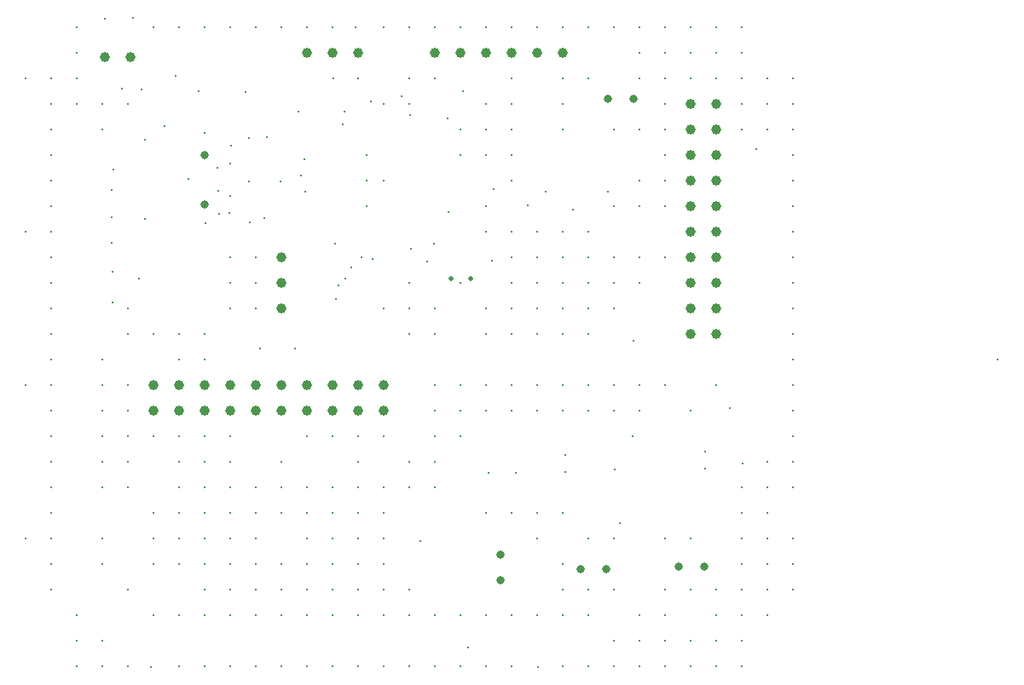
<source format=gbr>
%TF.GenerationSoftware,KiCad,Pcbnew,9.0.4*%
%TF.CreationDate,2025-09-21T18:36:01+05:30*%
%TF.ProjectId,l4_dev_board,6c345f64-6576-45f6-926f-6172642e6b69,rev?*%
%TF.SameCoordinates,Original*%
%TF.FileFunction,Plated,1,2,PTH,Drill*%
%TF.FilePolarity,Positive*%
%FSLAX46Y46*%
G04 Gerber Fmt 4.6, Leading zero omitted, Abs format (unit mm)*
G04 Created by KiCad (PCBNEW 9.0.4) date 2025-09-21 18:36:01*
%MOMM*%
%LPD*%
G01*
G04 APERTURE LIST*
%TA.AperFunction,ViaDrill*%
%ADD10C,0.300000*%
%TD*%
%TA.AperFunction,ComponentDrill*%
%ADD11C,0.500000*%
%TD*%
%TA.AperFunction,ComponentDrill*%
%ADD12C,0.800000*%
%TD*%
%TA.AperFunction,ComponentDrill*%
%ADD13C,1.000000*%
%TD*%
G04 APERTURE END LIST*
D10*
X144780000Y-35560000D03*
X144780000Y-50800000D03*
X144780000Y-66040000D03*
X144780000Y-81280000D03*
X147320000Y-35560000D03*
X147320000Y-38100000D03*
X147320000Y-40640000D03*
X147320000Y-43180000D03*
X147320000Y-45720000D03*
X147320000Y-48260000D03*
X147320000Y-50800000D03*
X147320000Y-53340000D03*
X147320000Y-55880000D03*
X147320000Y-58420000D03*
X147320000Y-60960000D03*
X147320000Y-63500000D03*
X147320000Y-66040000D03*
X147320000Y-68580000D03*
X147320000Y-71120000D03*
X147320000Y-73660000D03*
X147320000Y-76200000D03*
X147320000Y-78740000D03*
X147320000Y-81280000D03*
X147320000Y-83820000D03*
X147320000Y-86360000D03*
X149860000Y-30480000D03*
X149860000Y-33020000D03*
X149860000Y-35560000D03*
X149860000Y-38100000D03*
X149860000Y-88900000D03*
X149860000Y-91440000D03*
X149860000Y-93980000D03*
X152400000Y-38100000D03*
X152400000Y-40640000D03*
X152400000Y-63500000D03*
X152400000Y-66040000D03*
X152400000Y-68580000D03*
X152400000Y-71120000D03*
X152400000Y-73660000D03*
X152400000Y-76200000D03*
X152400000Y-81280000D03*
X152400000Y-83820000D03*
X152400000Y-91440000D03*
X152400000Y-93980000D03*
X152639568Y-29641653D03*
X153274921Y-46688553D03*
X153330521Y-49357318D03*
X153330521Y-51914885D03*
X153386120Y-54750448D03*
X153386120Y-57808408D03*
X153441719Y-44631380D03*
X154300353Y-36543220D03*
X154940000Y-38100000D03*
X154940000Y-58420000D03*
X154940000Y-60960000D03*
X154940000Y-66040000D03*
X154940000Y-68580000D03*
X154940000Y-71120000D03*
X154940000Y-73660000D03*
X154940000Y-76200000D03*
X154940000Y-86360000D03*
X154940000Y-93980000D03*
X155457343Y-29525216D03*
X155982547Y-55442447D03*
X156290015Y-36656352D03*
X156588296Y-41641858D03*
X156613587Y-49522651D03*
X157200551Y-94024901D03*
X157480000Y-30480000D03*
X157480000Y-60960000D03*
X157480000Y-71120000D03*
X157480000Y-78740000D03*
X157480000Y-81280000D03*
X157480000Y-83820000D03*
X157480000Y-88900000D03*
X158556852Y-40294637D03*
X159646559Y-35315979D03*
X160020000Y-30480000D03*
X160020000Y-60960000D03*
X160020000Y-63500000D03*
X160020000Y-71120000D03*
X160020000Y-73660000D03*
X160020000Y-76200000D03*
X160020000Y-78740000D03*
X160020000Y-81280000D03*
X160020000Y-83820000D03*
X160020000Y-88900000D03*
X160020000Y-93980000D03*
X160892021Y-45576568D03*
X161961141Y-36841683D03*
X162504400Y-40961829D03*
X162560000Y-30480000D03*
X162560000Y-60960000D03*
X162560000Y-63500000D03*
X162560000Y-71120000D03*
X162560000Y-73660000D03*
X162560000Y-76200000D03*
X162560000Y-78740000D03*
X162560000Y-81280000D03*
X162560000Y-83820000D03*
X162560000Y-86360000D03*
X162560000Y-88900000D03*
X162560000Y-93980000D03*
X162615599Y-49968910D03*
X163799253Y-44485767D03*
X163845827Y-46767932D03*
X163977256Y-49028484D03*
X164990257Y-48958621D03*
X165060120Y-44033337D03*
X165060120Y-47246998D03*
X165100000Y-30480000D03*
X165100000Y-53340000D03*
X165100000Y-55880000D03*
X165100000Y-58420000D03*
X165100000Y-71120000D03*
X165100000Y-73660000D03*
X165100000Y-76200000D03*
X165100000Y-78740000D03*
X165100000Y-81280000D03*
X165100000Y-83820000D03*
X165100000Y-86360000D03*
X165100000Y-88900000D03*
X165100000Y-93980000D03*
X165129982Y-42251851D03*
X166594413Y-36878749D03*
X166898676Y-45805395D03*
X166963479Y-41522766D03*
X166977178Y-49891489D03*
X167640000Y-30480000D03*
X167640000Y-53340000D03*
X167640000Y-55880000D03*
X167640000Y-58420000D03*
X167640000Y-76200000D03*
X167640000Y-78740000D03*
X167640000Y-81280000D03*
X167640000Y-83820000D03*
X167640000Y-86360000D03*
X167640000Y-88900000D03*
X167640000Y-93980000D03*
X168019739Y-62428358D03*
X168448436Y-49482588D03*
X168727885Y-41413505D03*
X170061657Y-45772447D03*
X170180000Y-30480000D03*
X170180000Y-73660000D03*
X170180000Y-76200000D03*
X170180000Y-78740000D03*
X170180000Y-83820000D03*
X170180000Y-86360000D03*
X170180000Y-88900000D03*
X170180000Y-93980000D03*
X171528671Y-62428358D03*
X171875066Y-38862756D03*
X172099002Y-45223202D03*
X172415590Y-43647421D03*
X172487126Y-46822270D03*
X172720000Y-30480000D03*
X172720000Y-71120000D03*
X172720000Y-76200000D03*
X172720000Y-78740000D03*
X172720000Y-81280000D03*
X172720000Y-83820000D03*
X172720000Y-86360000D03*
X172720000Y-88900000D03*
X172720000Y-93980000D03*
X175260000Y-30480000D03*
X175260000Y-71120000D03*
X175260000Y-76200000D03*
X175260000Y-78740000D03*
X175260000Y-81280000D03*
X175260000Y-83820000D03*
X175260000Y-86360000D03*
X175260000Y-88900000D03*
X175260000Y-93980000D03*
X175274420Y-35545580D03*
X175507107Y-51975695D03*
X175602415Y-57500655D03*
X175860000Y-56161351D03*
X176215099Y-40111699D03*
X176400525Y-38882113D03*
X176464385Y-55491063D03*
X177064385Y-54363825D03*
X177550533Y-30479999D03*
X177800000Y-35545580D03*
X177800000Y-71120000D03*
X177800000Y-73660000D03*
X177800000Y-76200000D03*
X177800000Y-78740000D03*
X177800000Y-81280000D03*
X177800000Y-83820000D03*
X177800000Y-86360000D03*
X177800000Y-88900000D03*
X177800000Y-93980000D03*
X178089184Y-53350320D03*
X178615000Y-43210000D03*
X178615000Y-45720000D03*
X178615000Y-48260000D03*
X179071415Y-37881113D03*
X179229947Y-53529197D03*
X180297881Y-38142119D03*
X180340000Y-30480000D03*
X180340000Y-45720000D03*
X180340000Y-58420000D03*
X180340000Y-71120000D03*
X180340000Y-76200000D03*
X180340000Y-78740000D03*
X180340000Y-81280000D03*
X180340000Y-83820000D03*
X180340000Y-86360000D03*
X180340000Y-88900000D03*
X180340000Y-93980000D03*
X182118124Y-37374404D03*
X182880000Y-30480000D03*
X182880000Y-35560000D03*
X182880000Y-38100000D03*
X182880000Y-55880000D03*
X182880000Y-58420000D03*
X182880000Y-60960000D03*
X182880000Y-73660000D03*
X182880000Y-76200000D03*
X182880000Y-86360000D03*
X182880000Y-88900000D03*
X182880000Y-93980000D03*
X182952559Y-39236766D03*
X183010698Y-52454278D03*
X183989228Y-81527847D03*
X184627717Y-53736942D03*
X185299191Y-51986117D03*
X185420000Y-30480000D03*
X185420000Y-35560000D03*
X185420000Y-58420000D03*
X185420000Y-60960000D03*
X185420000Y-66040000D03*
X185420000Y-68580000D03*
X185420000Y-71120000D03*
X185420000Y-73660000D03*
X185420000Y-76200000D03*
X185420000Y-88900000D03*
X185420000Y-93980000D03*
X186640362Y-39522803D03*
X186775343Y-48895592D03*
X187960000Y-30480000D03*
X187960000Y-40640000D03*
X187960000Y-43180000D03*
X187960000Y-55880000D03*
X187960000Y-66040000D03*
X187960000Y-68580000D03*
X187960000Y-71120000D03*
X187960000Y-88900000D03*
X187960000Y-93980000D03*
X188156130Y-36844583D03*
X188720823Y-92142324D03*
X190500000Y-30480000D03*
X190500000Y-38100000D03*
X190500000Y-40640000D03*
X190500000Y-43180000D03*
X190500000Y-48260000D03*
X190500000Y-50800000D03*
X190500000Y-58420000D03*
X190500000Y-60960000D03*
X190500000Y-66040000D03*
X190500000Y-68580000D03*
X190500000Y-78740000D03*
X190500000Y-88900000D03*
X190500000Y-93980000D03*
X190750133Y-74736660D03*
X191091438Y-53644383D03*
X191230457Y-46606430D03*
X193040000Y-30480000D03*
X193040000Y-35560000D03*
X193040000Y-38100000D03*
X193040000Y-40640000D03*
X193040000Y-43180000D03*
X193040000Y-45720000D03*
X193040000Y-50800000D03*
X193040000Y-53340000D03*
X193040000Y-55880000D03*
X193040000Y-58420000D03*
X193040000Y-60960000D03*
X193040000Y-66040000D03*
X193040000Y-68580000D03*
X193040000Y-78740000D03*
X193040000Y-88900000D03*
X193040000Y-93980000D03*
X193400367Y-74781119D03*
X194624516Y-48194104D03*
X195580000Y-30480000D03*
X195580000Y-50800000D03*
X195580000Y-53340000D03*
X195580000Y-55880000D03*
X195580000Y-58420000D03*
X195580000Y-60960000D03*
X195580000Y-66040000D03*
X195580000Y-68580000D03*
X195580000Y-78740000D03*
X195580000Y-81280000D03*
X195580000Y-88900000D03*
X195629316Y-94073149D03*
X196427133Y-46813329D03*
X198120000Y-30480000D03*
X198120000Y-35560000D03*
X198120000Y-38100000D03*
X198120000Y-40640000D03*
X198120000Y-50800000D03*
X198120000Y-53340000D03*
X198120000Y-55880000D03*
X198120000Y-58420000D03*
X198120000Y-60960000D03*
X198120000Y-66040000D03*
X198120000Y-68580000D03*
X198120000Y-78740000D03*
X198120000Y-83820000D03*
X198120000Y-86360000D03*
X198120000Y-88900000D03*
X198120000Y-93980000D03*
X198384673Y-72955286D03*
X198384673Y-74680286D03*
X199072457Y-48622424D03*
X200660000Y-30480000D03*
X200660000Y-35560000D03*
X200660000Y-50800000D03*
X200660000Y-53340000D03*
X200660000Y-55880000D03*
X200660000Y-58420000D03*
X200660000Y-60960000D03*
X200660000Y-66040000D03*
X200660000Y-68580000D03*
X200660000Y-81280000D03*
X200660000Y-86360000D03*
X200660000Y-88900000D03*
X200660000Y-93980000D03*
X202590909Y-46785503D03*
X203200000Y-30480000D03*
X203200000Y-40640000D03*
X203200000Y-48260000D03*
X203200000Y-53340000D03*
X203200000Y-55880000D03*
X203200000Y-58420000D03*
X203200000Y-66040000D03*
X203200000Y-68580000D03*
X203200000Y-81280000D03*
X203200000Y-86360000D03*
X203200000Y-91440000D03*
X203200000Y-93980000D03*
X203280033Y-74446290D03*
X203723759Y-79786152D03*
X204990786Y-71120000D03*
X205087475Y-61624291D03*
X205740000Y-30480000D03*
X205740000Y-33020000D03*
X205740000Y-35560000D03*
X205740000Y-40640000D03*
X205740000Y-45720000D03*
X205740000Y-48260000D03*
X205740000Y-53340000D03*
X205740000Y-55880000D03*
X205740000Y-66040000D03*
X205740000Y-68580000D03*
X205740000Y-88900000D03*
X205740000Y-91440000D03*
X205740000Y-93980000D03*
X208280000Y-30480000D03*
X208280000Y-33020000D03*
X208280000Y-35560000D03*
X208280000Y-38100000D03*
X208280000Y-40640000D03*
X208280000Y-43180000D03*
X208280000Y-45720000D03*
X208280000Y-48260000D03*
X208280000Y-53340000D03*
X208280000Y-66040000D03*
X208280000Y-81280000D03*
X208280000Y-86360000D03*
X208280000Y-88900000D03*
X208280000Y-91440000D03*
X208280000Y-93980000D03*
X210820000Y-30480000D03*
X210820000Y-33020000D03*
X210820000Y-35560000D03*
X210820000Y-68580000D03*
X210820000Y-81280000D03*
X210820000Y-86360000D03*
X210820000Y-91440000D03*
X210820000Y-93980000D03*
X212237596Y-72610746D03*
X212261135Y-74312207D03*
X213360000Y-30480000D03*
X213360000Y-33020000D03*
X213360000Y-35560000D03*
X213360000Y-66040000D03*
X213360000Y-86360000D03*
X213360000Y-88900000D03*
X213360000Y-91440000D03*
X213360000Y-93980000D03*
X214722312Y-68290581D03*
X215900000Y-30480000D03*
X215900000Y-33020000D03*
X215900000Y-35560000D03*
X215900000Y-38100000D03*
X215900000Y-40640000D03*
X215900000Y-76200000D03*
X215900000Y-78740000D03*
X215900000Y-81280000D03*
X215900000Y-83820000D03*
X215900000Y-86360000D03*
X215900000Y-88900000D03*
X215900000Y-91440000D03*
X215900000Y-93980000D03*
X215955599Y-73856130D03*
X217345581Y-42609340D03*
X218440000Y-35560000D03*
X218440000Y-38100000D03*
X218440000Y-40640000D03*
X218440000Y-73660000D03*
X218440000Y-76200000D03*
X218440000Y-78740000D03*
X218440000Y-81280000D03*
X218440000Y-83820000D03*
X218440000Y-86360000D03*
X218440000Y-88900000D03*
X220980000Y-35560000D03*
X220980000Y-38100000D03*
X220980000Y-40640000D03*
X220980000Y-43180000D03*
X220980000Y-45720000D03*
X220980000Y-48260000D03*
X220980000Y-50800000D03*
X220980000Y-53340000D03*
X220980000Y-55880000D03*
X220980000Y-58420000D03*
X220980000Y-60960000D03*
X220980000Y-63500000D03*
X220980000Y-66040000D03*
X220980000Y-68580000D03*
X220980000Y-71120000D03*
X220980000Y-73660000D03*
X220980000Y-76200000D03*
X220980000Y-81280000D03*
X220980000Y-83820000D03*
X220980000Y-86360000D03*
X241300000Y-63500000D03*
D11*
%TO.C,Y4*%
X187010000Y-55460000D03*
X188910000Y-55460000D03*
D12*
%TO.C,Y3*%
X162560000Y-43180000D03*
X162560000Y-48080000D03*
%TO.C,C11*%
X191872415Y-82933311D03*
X191872415Y-85433311D03*
%TO.C,C17*%
X199880677Y-84323293D03*
X202380677Y-84323293D03*
%TO.C,C8*%
X202589374Y-37618139D03*
X205089374Y-37618139D03*
%TO.C,C14*%
X209608582Y-84045297D03*
X212108582Y-84045297D03*
D13*
%TO.C,J2*%
X152595693Y-33478957D03*
X155135693Y-33478957D03*
%TO.C,J3*%
X157480000Y-66040000D03*
X157480000Y-68580000D03*
X160020000Y-66040000D03*
X160020000Y-68580000D03*
X162560000Y-66040000D03*
X162560000Y-68580000D03*
X165100000Y-66040000D03*
X165100000Y-68580000D03*
X167640000Y-66040000D03*
X167640000Y-68580000D03*
%TO.C,J4*%
X170180000Y-53340000D03*
X170180000Y-55880000D03*
X170180000Y-58420000D03*
%TO.C,J3*%
X170180000Y-66040000D03*
X170180000Y-68580000D03*
%TO.C,J11*%
X172720000Y-33020000D03*
%TO.C,J3*%
X172720000Y-66040000D03*
X172720000Y-68580000D03*
%TO.C,J11*%
X175260000Y-33020000D03*
%TO.C,J3*%
X175260000Y-66040000D03*
X175260000Y-68580000D03*
%TO.C,J11*%
X177800000Y-33020000D03*
%TO.C,J3*%
X177800000Y-66040000D03*
X177800000Y-68580000D03*
X180340000Y-66040000D03*
X180340000Y-68580000D03*
%TO.C,J1*%
X185420000Y-33020000D03*
X187960000Y-33020000D03*
X190500000Y-33020000D03*
X193040000Y-33020000D03*
X195580000Y-33020000D03*
X198120000Y-33020000D03*
%TO.C,J5*%
X210820000Y-38100000D03*
X210820000Y-40640000D03*
X210820000Y-43180000D03*
X210820000Y-45720000D03*
X210820000Y-48260000D03*
X210820000Y-50800000D03*
X210820000Y-53340000D03*
X210820000Y-55880000D03*
X210820000Y-58420000D03*
X210820000Y-60960000D03*
X213360000Y-38100000D03*
X213360000Y-40640000D03*
X213360000Y-43180000D03*
X213360000Y-45720000D03*
X213360000Y-48260000D03*
X213360000Y-50800000D03*
X213360000Y-53340000D03*
X213360000Y-55880000D03*
X213360000Y-58420000D03*
X213360000Y-60960000D03*
M02*

</source>
